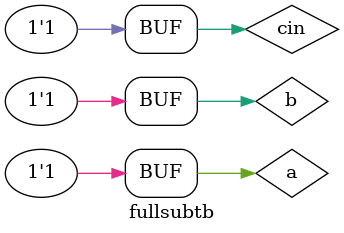
<source format=v>
module fullsubtb;
reg a,b,cin;
wire df,bw;
fullsub u(.a(a),.b(b),.cin(cin),.df(df),.bw(bw));
initial begin
$dumpfile("fs.vcd");
$dumpvars;
$monitor($time,"a=%b,b=%b,cin=%b,df=%b,bw=%b",a,b,cin,df,bw);
a=0; b=0; cin=0;
#5 a=0; b=0; cin=0;
#5 a=0; b=0; cin=1;
#5 a=0; b=1; cin=0;
#5 a=0; b=1; cin=1;
#5 a=1; b=0; cin=0;
#5 a=1; b=0; cin=1;
#5 a=1; b=1; cin=0;
#5 a=1; b=1; cin=1;
end
endmodule

</source>
